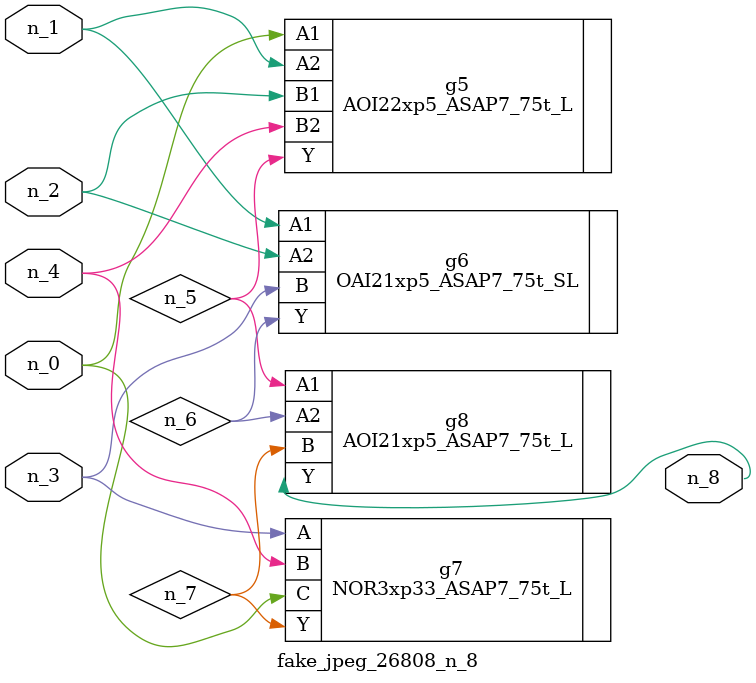
<source format=v>
module fake_jpeg_26808_n_8 (n_3, n_2, n_1, n_0, n_4, n_8);

input n_3;
input n_2;
input n_1;
input n_0;
input n_4;

output n_8;

wire n_6;
wire n_5;
wire n_7;

AOI22xp5_ASAP7_75t_L g5 ( 
.A1(n_0),
.A2(n_1),
.B1(n_2),
.B2(n_4),
.Y(n_5)
);

OAI21xp5_ASAP7_75t_SL g6 ( 
.A1(n_1),
.A2(n_2),
.B(n_3),
.Y(n_6)
);

NOR3xp33_ASAP7_75t_L g7 ( 
.A(n_3),
.B(n_4),
.C(n_0),
.Y(n_7)
);

AOI21xp5_ASAP7_75t_L g8 ( 
.A1(n_5),
.A2(n_6),
.B(n_7),
.Y(n_8)
);


endmodule
</source>
